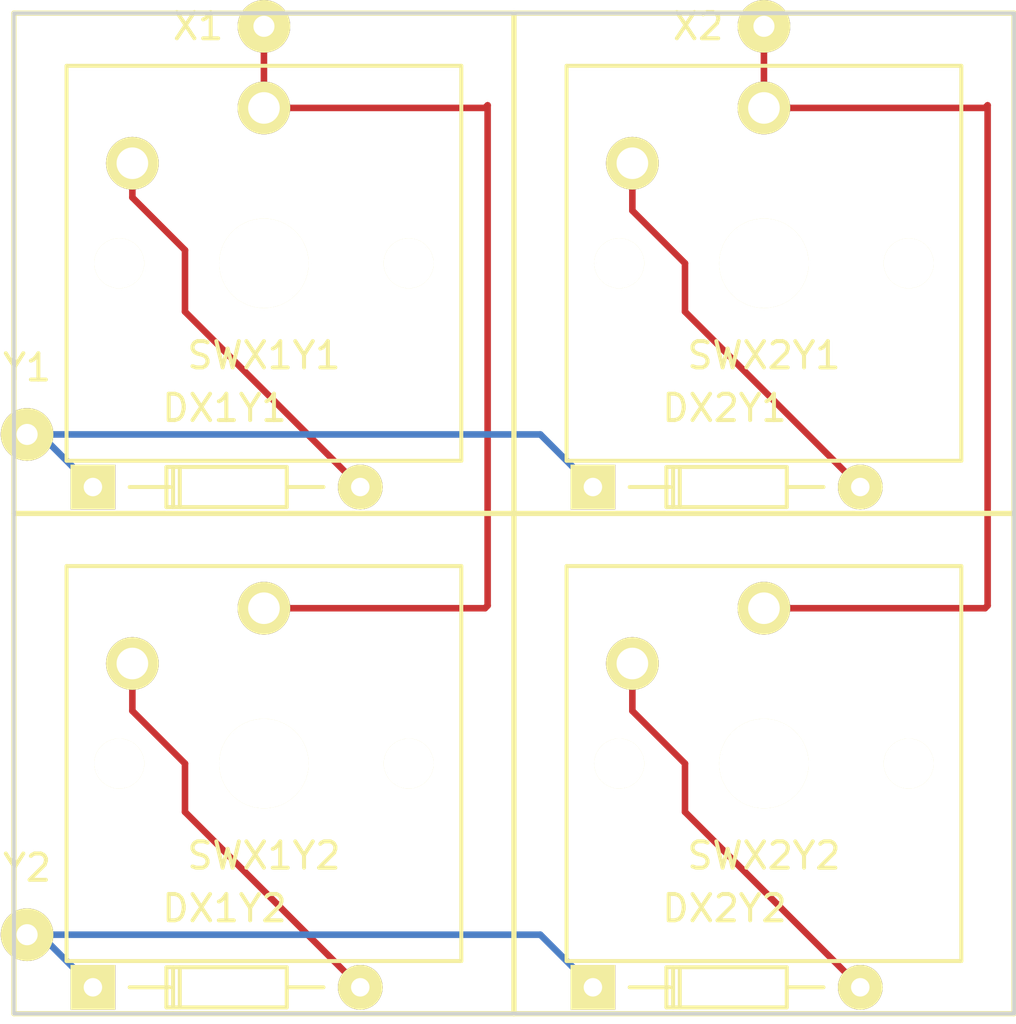
<source format=kicad_pcb>
(kicad_pcb (version 4) (host pcbnew 4.0.2+dfsg1-stable)

  (general
    (links 12)
    (no_connects 0)
    (area 121.80051 94.80051 160.600001 134.015)
    (thickness 1.6)
    (drawings 15)
    (tracks 36)
    (zones 0)
    (modules 12)
    (nets 9)
  )

  (page A4)
  (layers
    (0 F.Cu signal)
    (31 B.Cu signal)
    (32 B.Adhes user)
    (33 F.Adhes user)
    (34 B.Paste user)
    (35 F.Paste user)
    (36 B.SilkS user)
    (37 F.SilkS user)
    (38 B.Mask user)
    (39 F.Mask user)
    (40 Dwgs.User user)
    (41 Cmts.User user)
    (42 Eco1.User user)
    (43 Eco2.User user)
    (44 Edge.Cuts user)
    (45 Margin user)
    (46 B.CrtYd user)
    (47 F.CrtYd user)
    (48 B.Fab user)
    (49 F.Fab user)
  )

  (setup
    (last_trace_width 0.25)
    (trace_clearance 0.2)
    (zone_clearance 0.508)
    (zone_45_only no)
    (trace_min 0.2)
    (segment_width 0.2)
    (edge_width 0.15)
    (via_size 0.6)
    (via_drill 0.4)
    (via_min_size 0.4)
    (via_min_drill 0.3)
    (uvia_size 0.3)
    (uvia_drill 0.1)
    (uvias_allowed no)
    (uvia_min_size 0.2)
    (uvia_min_drill 0.1)
    (pcb_text_width 0.3)
    (pcb_text_size 1.5 1.5)
    (mod_edge_width 0.15)
    (mod_text_size 1 1)
    (mod_text_width 0.15)
    (pad_size 1.524 1.524)
    (pad_drill 0.762)
    (pad_to_mask_clearance 0.2)
    (aux_axis_origin 0 0)
    (visible_elements FFFFFF7F)
    (pcbplotparams
      (layerselection 0x00030_80000001)
      (usegerberextensions false)
      (excludeedgelayer true)
      (linewidth 0.100000)
      (plotframeref false)
      (viasonmask false)
      (mode 1)
      (useauxorigin false)
      (hpglpennumber 1)
      (hpglpenspeed 20)
      (hpglpendiameter 15)
      (hpglpenoverlay 2)
      (psnegative false)
      (psa4output false)
      (plotreference true)
      (plotvalue true)
      (plotinvisibletext false)
      (padsonsilk false)
      (subtractmaskfromsilk false)
      (outputformat 1)
      (mirror false)
      (drillshape 1)
      (scaleselection 1)
      (outputdirectory ""))
  )

  (net 0 "")
  (net 1 "Net-(DX1Y1-Pad2)")
  (net 2 "Net-(DX1Y1-Pad1)")
  (net 3 "Net-(DX1Y2-Pad2)")
  (net 4 "Net-(DX1Y2-Pad1)")
  (net 5 "Net-(DX2Y1-Pad2)")
  (net 6 "Net-(DX2Y2-Pad2)")
  (net 7 "Net-(SWX1Y1-Pad1)")
  (net 8 "Net-(SWX2Y1-Pad1)")

  (net_class Default "This is the default net class."
    (clearance 0.2)
    (trace_width 0.25)
    (via_dia 0.6)
    (via_drill 0.4)
    (uvia_dia 0.3)
    (uvia_drill 0.1)
    (add_net "Net-(DX1Y1-Pad1)")
    (add_net "Net-(DX1Y1-Pad2)")
    (add_net "Net-(DX1Y2-Pad1)")
    (add_net "Net-(DX1Y2-Pad2)")
    (add_net "Net-(DX2Y1-Pad2)")
    (add_net "Net-(DX2Y2-Pad2)")
    (add_net "Net-(SWX1Y1-Pad1)")
    (add_net "Net-(SWX2Y1-Pad1)")
  )

  (module PG135001D01:PG135001D01 (layer F.Cu) (tedit 59C11AE6) (tstamp 59BFF058)
    (at 151 124)
    (path /59BFEF02)
    (fp_text reference SWX2Y2 (at 0 3.5) (layer F.SilkS)
      (effects (font (size 1 1) (thickness 0.15)))
    )
    (fp_text value PG135001D01 (at 2 -3.5) (layer F.Fab)
      (effects (font (size 1 1) (thickness 0.15)))
    )
    (fp_line (start 7.5 -7.5) (end 7.5 7.5) (layer F.SilkS) (width 0.15))
    (fp_line (start 7.5 7.5) (end -7.5 7.5) (layer F.SilkS) (width 0.15))
    (fp_line (start -7.5 7.5) (end -7.5 -7.5) (layer F.SilkS) (width 0.15))
    (fp_line (start -7.5 -7.5) (end 7.5 -7.5) (layer F.SilkS) (width 0.15))
    (pad "" np_thru_hole circle (at 0 0) (size 3.4 3.4) (drill 3.4) (layers *.Cu *.Mask F.SilkS))
    (pad "" np_thru_hole circle (at 5.5 0) (size 1.9 1.9) (drill 1.9) (layers *.Cu *.Mask F.SilkS))
    (pad "" np_thru_hole circle (at -5.5 0) (size 1.9 1.9) (drill 1.9) (layers *.Cu *.Mask F.SilkS))
    (pad 1 thru_hole circle (at 0 -5.9) (size 2 2) (drill 1.2) (layers *.Cu *.Mask F.SilkS)
      (net 8 "Net-(SWX2Y1-Pad1)"))
    (pad 2 thru_hole circle (at -5 -3.8) (size 2 2) (drill 1.2) (layers *.Cu *.Mask F.SilkS)
      (net 6 "Net-(DX2Y2-Pad2)"))
  )

  (module PG135001D01:PG135001D01 (layer F.Cu) (tedit 59C11C47) (tstamp 59BFF04B)
    (at 151 105)
    (path /59BFEE93)
    (fp_text reference SWX2Y1 (at 0 3.5) (layer F.SilkS)
      (effects (font (size 1 1) (thickness 0.15)))
    )
    (fp_text value PG135001D01 (at 2 -3.5) (layer F.Fab)
      (effects (font (size 1 1) (thickness 0.15)))
    )
    (fp_line (start 7.5 -7.5) (end 7.5 7.5) (layer F.SilkS) (width 0.15))
    (fp_line (start 7.5 7.5) (end -7.5 7.5) (layer F.SilkS) (width 0.15))
    (fp_line (start -7.5 7.5) (end -7.5 -7.5) (layer F.SilkS) (width 0.15))
    (fp_line (start -7.5 -7.5) (end 7.5 -7.5) (layer F.SilkS) (width 0.15))
    (pad "" np_thru_hole circle (at 0 0) (size 3.4 3.4) (drill 3.4) (layers *.Cu *.Mask F.SilkS))
    (pad "" np_thru_hole circle (at 5.5 0) (size 1.9 1.9) (drill 1.9) (layers *.Cu *.Mask F.SilkS))
    (pad "" np_thru_hole circle (at -5.5 0) (size 1.9 1.9) (drill 1.9) (layers *.Cu *.Mask F.SilkS))
    (pad 1 thru_hole circle (at 0 -5.9) (size 2 2) (drill 1.2) (layers *.Cu *.Mask F.SilkS)
      (net 8 "Net-(SWX2Y1-Pad1)"))
    (pad 2 thru_hole circle (at -5 -3.8) (size 2 2) (drill 1.2) (layers *.Cu *.Mask F.SilkS)
      (net 5 "Net-(DX2Y1-Pad2)"))
  )

  (module PG135001D01:PG135001D01 (layer F.Cu) (tedit 59C11ACF) (tstamp 59BFE91A)
    (at 132 105)
    (path /59BFDE75)
    (fp_text reference SWX1Y1 (at 0 3.5) (layer F.SilkS)
      (effects (font (size 1 1) (thickness 0.15)))
    )
    (fp_text value PG135001D01 (at 2 -3.5) (layer F.Fab)
      (effects (font (size 1 1) (thickness 0.15)))
    )
    (fp_line (start 7.5 -7.5) (end 7.5 7.5) (layer F.SilkS) (width 0.15))
    (fp_line (start 7.5 7.5) (end -7.5 7.5) (layer F.SilkS) (width 0.15))
    (fp_line (start -7.5 7.5) (end -7.5 -7.5) (layer F.SilkS) (width 0.15))
    (fp_line (start -7.5 -7.5) (end 7.5 -7.5) (layer F.SilkS) (width 0.15))
    (pad "" np_thru_hole circle (at 0 0) (size 3.4 3.4) (drill 3.4) (layers *.Cu *.Mask F.SilkS))
    (pad "" np_thru_hole circle (at 5.5 0) (size 1.9 1.9) (drill 1.9) (layers *.Cu *.Mask F.SilkS))
    (pad "" np_thru_hole circle (at -5.5 0) (size 1.9 1.9) (drill 1.9) (layers *.Cu *.Mask F.SilkS))
    (pad 1 thru_hole circle (at 0 -5.9) (size 2 2) (drill 1.2) (layers *.Cu *.Mask F.SilkS)
      (net 7 "Net-(SWX1Y1-Pad1)"))
    (pad 2 thru_hole circle (at -5 -3.8) (size 2 2) (drill 1.2) (layers *.Cu *.Mask F.SilkS)
      (net 1 "Net-(DX1Y1-Pad2)"))
  )

  (module PG135001D01:PG135001D01 (layer F.Cu) (tedit 59C11ADF) (tstamp 59BFE927)
    (at 132 124)
    (path /59BFE0AE)
    (fp_text reference SWX1Y2 (at 0 3.5) (layer F.SilkS)
      (effects (font (size 1 1) (thickness 0.15)))
    )
    (fp_text value PG135001D01 (at 2 -3.5) (layer F.Fab)
      (effects (font (size 1 1) (thickness 0.15)))
    )
    (fp_line (start 7.5 -7.5) (end 7.5 7.5) (layer F.SilkS) (width 0.15))
    (fp_line (start 7.5 7.5) (end -7.5 7.5) (layer F.SilkS) (width 0.15))
    (fp_line (start -7.5 7.5) (end -7.5 -7.5) (layer F.SilkS) (width 0.15))
    (fp_line (start -7.5 -7.5) (end 7.5 -7.5) (layer F.SilkS) (width 0.15))
    (pad "" np_thru_hole circle (at 0 0) (size 3.4 3.4) (drill 3.4) (layers *.Cu *.Mask F.SilkS))
    (pad "" np_thru_hole circle (at 5.5 0) (size 1.9 1.9) (drill 1.9) (layers *.Cu *.Mask F.SilkS))
    (pad "" np_thru_hole circle (at -5.5 0) (size 1.9 1.9) (drill 1.9) (layers *.Cu *.Mask F.SilkS))
    (pad 1 thru_hole circle (at 0 -5.9) (size 2 2) (drill 1.2) (layers *.Cu *.Mask F.SilkS)
      (net 7 "Net-(SWX1Y1-Pad1)"))
    (pad 2 thru_hole circle (at -5 -3.8) (size 2 2) (drill 1.2) (layers *.Cu *.Mask F.SilkS)
      (net 3 "Net-(DX1Y2-Pad2)"))
  )

  (module Wire_Pads:SolderWirePad_single_0-8mmDrill (layer F.Cu) (tedit 59C11B5C) (tstamp 59C10266)
    (at 123 111.5)
    (path /59C009F3)
    (fp_text reference Y1 (at 0 -2.54) (layer F.SilkS)
      (effects (font (size 1 1) (thickness 0.15)))
    )
    (fp_text value Y1 (at 0 2.54) (layer F.Fab)
      (effects (font (size 1 1) (thickness 0.15)))
    )
    (pad 1 thru_hole circle (at 0 0) (size 1.99898 1.99898) (drill 0.8001) (layers *.Cu *.Mask F.SilkS)
      (net 2 "Net-(DX1Y1-Pad1)"))
  )

  (module Wire_Pads:SolderWirePad_single_0-8mmDrill (layer F.Cu) (tedit 59C11B60) (tstamp 59C1026B)
    (at 123 130.5)
    (path /59C00A8D)
    (fp_text reference Y2 (at 0 -2.54) (layer F.SilkS)
      (effects (font (size 1 1) (thickness 0.15)))
    )
    (fp_text value Y2 (at 0 2.54) (layer F.Fab)
      (effects (font (size 1 1) (thickness 0.15)))
    )
    (pad 1 thru_hole circle (at 0 0) (size 1.99898 1.99898) (drill 0.8001) (layers *.Cu *.Mask F.SilkS)
      (net 4 "Net-(DX1Y2-Pad1)"))
  )

  (module Wire_Pads:SolderWirePad_single_0-8mmDrill (layer F.Cu) (tedit 59C11B50) (tstamp 59C10270)
    (at 132 96)
    (path /59C00707)
    (fp_text reference X1 (at -2.5 0) (layer F.SilkS)
      (effects (font (size 1 1) (thickness 0.15)))
    )
    (fp_text value X1 (at 2.5 0) (layer F.Fab)
      (effects (font (size 1 1) (thickness 0.15)))
    )
    (pad 1 thru_hole circle (at 0 0) (size 1.99898 1.99898) (drill 0.8001) (layers *.Cu *.Mask F.SilkS)
      (net 7 "Net-(SWX1Y1-Pad1)"))
  )

  (module Wire_Pads:SolderWirePad_single_0-8mmDrill (layer F.Cu) (tedit 59C11B55) (tstamp 59C10275)
    (at 151 96)
    (path /59C00970)
    (fp_text reference X2 (at -2.5 0) (layer F.SilkS)
      (effects (font (size 1 1) (thickness 0.15)))
    )
    (fp_text value X2 (at 2.5 0) (layer F.Fab)
      (effects (font (size 1 1) (thickness 0.15)))
    )
    (pad 1 thru_hole circle (at 0 0) (size 1.99898 1.99898) (drill 0.8001) (layers *.Cu *.Mask F.SilkS)
      (net 8 "Net-(SWX2Y1-Pad1)"))
  )

  (module Diodes_ThroughHole:Diode_DO-35_SOD27_Horizontal_RM10 (layer F.Cu) (tedit 59C11B3B) (tstamp 59C102D4)
    (at 125.5 113.5)
    (descr "Diode, DO-35,  SOD27, Horizontal, RM 10mm")
    (tags "Diode, DO-35, SOD27, Horizontal, RM 10mm, 1N4148,")
    (path /59BFED5E)
    (fp_text reference DX1Y1 (at 5 -3) (layer F.SilkS)
      (effects (font (size 1 1) (thickness 0.15)))
    )
    (fp_text value D (at 4.41452 -3.55854) (layer F.Fab)
      (effects (font (size 1 1) (thickness 0.15)))
    )
    (fp_line (start 7.36652 -0.00254) (end 8.76352 -0.00254) (layer F.SilkS) (width 0.15))
    (fp_line (start 2.92152 -0.00254) (end 1.39752 -0.00254) (layer F.SilkS) (width 0.15))
    (fp_line (start 3.30252 -0.76454) (end 3.30252 0.75946) (layer F.SilkS) (width 0.15))
    (fp_line (start 3.04852 -0.76454) (end 3.04852 0.75946) (layer F.SilkS) (width 0.15))
    (fp_line (start 2.79452 -0.00254) (end 2.79452 0.75946) (layer F.SilkS) (width 0.15))
    (fp_line (start 2.79452 0.75946) (end 7.36652 0.75946) (layer F.SilkS) (width 0.15))
    (fp_line (start 7.36652 0.75946) (end 7.36652 -0.76454) (layer F.SilkS) (width 0.15))
    (fp_line (start 7.36652 -0.76454) (end 2.79452 -0.76454) (layer F.SilkS) (width 0.15))
    (fp_line (start 2.79452 -0.76454) (end 2.79452 -0.00254) (layer F.SilkS) (width 0.15))
    (pad 2 thru_hole circle (at 10.16052 -0.00254 180) (size 1.69926 1.69926) (drill 0.70104) (layers *.Cu *.Mask F.SilkS)
      (net 1 "Net-(DX1Y1-Pad2)"))
    (pad 1 thru_hole rect (at 0.00052 -0.00254 180) (size 1.69926 1.69926) (drill 0.70104) (layers *.Cu *.Mask F.SilkS)
      (net 2 "Net-(DX1Y1-Pad1)"))
    (model Diodes_ThroughHole.3dshapes/Diode_DO-35_SOD27_Horizontal_RM10.wrl
      (at (xyz 0.2 0 0))
      (scale (xyz 0.4 0.4 0.4))
      (rotate (xyz 0 0 180))
    )
  )

  (module Diodes_ThroughHole:Diode_DO-35_SOD27_Horizontal_RM10 (layer F.Cu) (tedit 59C11B3F) (tstamp 59C102DA)
    (at 125.5 132.5)
    (descr "Diode, DO-35,  SOD27, Horizontal, RM 10mm")
    (tags "Diode, DO-35, SOD27, Horizontal, RM 10mm, 1N4148,")
    (path /59BFEE00)
    (fp_text reference DX1Y2 (at 5 -3) (layer F.SilkS)
      (effects (font (size 1 1) (thickness 0.15)))
    )
    (fp_text value D (at 4.41452 -3.55854) (layer F.Fab)
      (effects (font (size 1 1) (thickness 0.15)))
    )
    (fp_line (start 7.36652 -0.00254) (end 8.76352 -0.00254) (layer F.SilkS) (width 0.15))
    (fp_line (start 2.92152 -0.00254) (end 1.39752 -0.00254) (layer F.SilkS) (width 0.15))
    (fp_line (start 3.30252 -0.76454) (end 3.30252 0.75946) (layer F.SilkS) (width 0.15))
    (fp_line (start 3.04852 -0.76454) (end 3.04852 0.75946) (layer F.SilkS) (width 0.15))
    (fp_line (start 2.79452 -0.00254) (end 2.79452 0.75946) (layer F.SilkS) (width 0.15))
    (fp_line (start 2.79452 0.75946) (end 7.36652 0.75946) (layer F.SilkS) (width 0.15))
    (fp_line (start 7.36652 0.75946) (end 7.36652 -0.76454) (layer F.SilkS) (width 0.15))
    (fp_line (start 7.36652 -0.76454) (end 2.79452 -0.76454) (layer F.SilkS) (width 0.15))
    (fp_line (start 2.79452 -0.76454) (end 2.79452 -0.00254) (layer F.SilkS) (width 0.15))
    (pad 2 thru_hole circle (at 10.16052 -0.00254 180) (size 1.69926 1.69926) (drill 0.70104) (layers *.Cu *.Mask F.SilkS)
      (net 3 "Net-(DX1Y2-Pad2)"))
    (pad 1 thru_hole rect (at 0.00052 -0.00254 180) (size 1.69926 1.69926) (drill 0.70104) (layers *.Cu *.Mask F.SilkS)
      (net 4 "Net-(DX1Y2-Pad1)"))
    (model Diodes_ThroughHole.3dshapes/Diode_DO-35_SOD27_Horizontal_RM10.wrl
      (at (xyz 0.2 0 0))
      (scale (xyz 0.4 0.4 0.4))
      (rotate (xyz 0 0 180))
    )
  )

  (module Diodes_ThroughHole:Diode_DO-35_SOD27_Horizontal_RM10 (layer F.Cu) (tedit 59C11B37) (tstamp 59C102E0)
    (at 144.5 113.5)
    (descr "Diode, DO-35,  SOD27, Horizontal, RM 10mm")
    (tags "Diode, DO-35, SOD27, Horizontal, RM 10mm, 1N4148,")
    (path /59BFEC54)
    (fp_text reference DX2Y1 (at 5 -3) (layer F.SilkS)
      (effects (font (size 1 1) (thickness 0.15)))
    )
    (fp_text value D (at 4.41452 -3.55854) (layer F.Fab)
      (effects (font (size 1 1) (thickness 0.15)))
    )
    (fp_line (start 7.36652 -0.00254) (end 8.76352 -0.00254) (layer F.SilkS) (width 0.15))
    (fp_line (start 2.92152 -0.00254) (end 1.39752 -0.00254) (layer F.SilkS) (width 0.15))
    (fp_line (start 3.30252 -0.76454) (end 3.30252 0.75946) (layer F.SilkS) (width 0.15))
    (fp_line (start 3.04852 -0.76454) (end 3.04852 0.75946) (layer F.SilkS) (width 0.15))
    (fp_line (start 2.79452 -0.00254) (end 2.79452 0.75946) (layer F.SilkS) (width 0.15))
    (fp_line (start 2.79452 0.75946) (end 7.36652 0.75946) (layer F.SilkS) (width 0.15))
    (fp_line (start 7.36652 0.75946) (end 7.36652 -0.76454) (layer F.SilkS) (width 0.15))
    (fp_line (start 7.36652 -0.76454) (end 2.79452 -0.76454) (layer F.SilkS) (width 0.15))
    (fp_line (start 2.79452 -0.76454) (end 2.79452 -0.00254) (layer F.SilkS) (width 0.15))
    (pad 2 thru_hole circle (at 10.16052 -0.00254 180) (size 1.69926 1.69926) (drill 0.70104) (layers *.Cu *.Mask F.SilkS)
      (net 5 "Net-(DX2Y1-Pad2)"))
    (pad 1 thru_hole rect (at 0.00052 -0.00254 180) (size 1.69926 1.69926) (drill 0.70104) (layers *.Cu *.Mask F.SilkS)
      (net 2 "Net-(DX1Y1-Pad1)"))
    (model Diodes_ThroughHole.3dshapes/Diode_DO-35_SOD27_Horizontal_RM10.wrl
      (at (xyz 0.2 0 0))
      (scale (xyz 0.4 0.4 0.4))
      (rotate (xyz 0 0 180))
    )
  )

  (module Diodes_ThroughHole:Diode_DO-35_SOD27_Horizontal_RM10 (layer F.Cu) (tedit 59C11B43) (tstamp 59C102E6)
    (at 144.5 132.5)
    (descr "Diode, DO-35,  SOD27, Horizontal, RM 10mm")
    (tags "Diode, DO-35, SOD27, Horizontal, RM 10mm, 1N4148,")
    (path /59BFEDB5)
    (fp_text reference DX2Y2 (at 5 -3) (layer F.SilkS)
      (effects (font (size 1 1) (thickness 0.15)))
    )
    (fp_text value D (at 4.41452 -3.55854) (layer F.Fab)
      (effects (font (size 1 1) (thickness 0.15)))
    )
    (fp_line (start 7.36652 -0.00254) (end 8.76352 -0.00254) (layer F.SilkS) (width 0.15))
    (fp_line (start 2.92152 -0.00254) (end 1.39752 -0.00254) (layer F.SilkS) (width 0.15))
    (fp_line (start 3.30252 -0.76454) (end 3.30252 0.75946) (layer F.SilkS) (width 0.15))
    (fp_line (start 3.04852 -0.76454) (end 3.04852 0.75946) (layer F.SilkS) (width 0.15))
    (fp_line (start 2.79452 -0.00254) (end 2.79452 0.75946) (layer F.SilkS) (width 0.15))
    (fp_line (start 2.79452 0.75946) (end 7.36652 0.75946) (layer F.SilkS) (width 0.15))
    (fp_line (start 7.36652 0.75946) (end 7.36652 -0.76454) (layer F.SilkS) (width 0.15))
    (fp_line (start 7.36652 -0.76454) (end 2.79452 -0.76454) (layer F.SilkS) (width 0.15))
    (fp_line (start 2.79452 -0.76454) (end 2.79452 -0.00254) (layer F.SilkS) (width 0.15))
    (pad 2 thru_hole circle (at 10.16052 -0.00254 180) (size 1.69926 1.69926) (drill 0.70104) (layers *.Cu *.Mask F.SilkS)
      (net 6 "Net-(DX2Y2-Pad2)"))
    (pad 1 thru_hole rect (at 0.00052 -0.00254 180) (size 1.69926 1.69926) (drill 0.70104) (layers *.Cu *.Mask F.SilkS)
      (net 4 "Net-(DX1Y2-Pad1)"))
    (model Diodes_ThroughHole.3dshapes/Diode_DO-35_SOD27_Horizontal_RM10.wrl
      (at (xyz 0.2 0 0))
      (scale (xyz 0.4 0.4 0.4))
      (rotate (xyz 0 0 180))
    )
  )

  (gr_line (start 122.5 133.5) (end 122.5 95.5) (angle 90) (layer Edge.Cuts) (width 0.15))
  (gr_line (start 160.5 133.5) (end 122.5 133.5) (angle 90) (layer Edge.Cuts) (width 0.15))
  (gr_line (start 160.5 95.5) (end 160.5 133.5) (angle 90) (layer Edge.Cuts) (width 0.15))
  (gr_line (start 122.5 95.5) (end 160.5 95.5) (angle 90) (layer Edge.Cuts) (width 0.15))
  (gr_line (start 141.5 114.5) (end 160.5 114.5) (angle 90) (layer F.SilkS) (width 0.2))
  (gr_line (start 160.5 95.5) (end 141.5 95.5) (angle 90) (layer F.SilkS) (width 0.2))
  (gr_line (start 160.5 133.5) (end 160.5 95.5) (angle 90) (layer F.SilkS) (width 0.2))
  (gr_line (start 141.5 133.5) (end 160.5 133.5) (angle 90) (layer F.SilkS) (width 0.2))
  (gr_line (start 141.5 133.5) (end 141.5 114.5) (angle 90) (layer F.SilkS) (width 0.2))
  (gr_line (start 122.5 133.5) (end 141.5 133.5) (angle 90) (layer F.SilkS) (width 0.2))
  (gr_line (start 122.5 114.5) (end 122.5 133.5) (angle 90) (layer F.SilkS) (width 0.2))
  (gr_line (start 141.5 95.5) (end 122.5 95.5) (angle 90) (layer F.SilkS) (width 0.2))
  (gr_line (start 141.5 114.5) (end 141.5 95.5) (angle 90) (layer F.SilkS) (width 0.2))
  (gr_line (start 122.5 114.5) (end 141.5 114.5) (angle 90) (layer F.SilkS) (width 0.2))
  (gr_line (start 122.5 95.5) (end 122.5 114.5) (angle 90) (layer F.SilkS) (width 0.2))

  (segment (start 127 101.2) (end 127 102.5) (width 0.25) (layer F.Cu) (net 1))
  (segment (start 129 106.83694) (end 135.66052 113.49746) (width 0.25) (layer F.Cu) (net 1) (tstamp 59C4F41F))
  (segment (start 129 104.5) (end 129 106.83694) (width 0.25) (layer F.Cu) (net 1) (tstamp 59C4F41E))
  (segment (start 127 102.5) (end 129 104.5) (width 0.25) (layer F.Cu) (net 1) (tstamp 59C4F419))
  (segment (start 123 111.5) (end 142.50306 111.5) (width 0.25) (layer B.Cu) (net 2))
  (segment (start 142.50306 111.5) (end 144.50052 113.49746) (width 0.25) (layer B.Cu) (net 2) (tstamp 59C4F3F9))
  (segment (start 123 111.5) (end 123.50306 111.5) (width 0.25) (layer B.Cu) (net 2))
  (segment (start 123.50306 111.5) (end 125.50052 113.49746) (width 0.25) (layer B.Cu) (net 2) (tstamp 59C4F3F6))
  (segment (start 127 120.2) (end 127 122) (width 0.25) (layer F.Cu) (net 3))
  (segment (start 129 125.83694) (end 135.66052 132.49746) (width 0.25) (layer F.Cu) (net 3) (tstamp 59C4F42E))
  (segment (start 129 124) (end 129 125.83694) (width 0.25) (layer F.Cu) (net 3) (tstamp 59C4F42D))
  (segment (start 127 122) (end 129 124) (width 0.25) (layer F.Cu) (net 3) (tstamp 59C4F42B))
  (segment (start 123 130.5) (end 142.50306 130.5) (width 0.25) (layer B.Cu) (net 4))
  (segment (start 142.50306 130.5) (end 144.50052 132.49746) (width 0.25) (layer B.Cu) (net 4) (tstamp 59C4F400))
  (segment (start 123 130.5) (end 123.50306 130.5) (width 0.25) (layer B.Cu) (net 4))
  (segment (start 123.50306 130.5) (end 125.50052 132.49746) (width 0.25) (layer B.Cu) (net 4) (tstamp 59C4F3FD))
  (segment (start 146 101.2) (end 146 103) (width 0.25) (layer F.Cu) (net 5))
  (segment (start 148 106.83694) (end 154.66052 113.49746) (width 0.25) (layer F.Cu) (net 5) (tstamp 59C4F427))
  (segment (start 148 105) (end 148 106.83694) (width 0.25) (layer F.Cu) (net 5) (tstamp 59C4F426))
  (segment (start 146 103) (end 148 105) (width 0.25) (layer F.Cu) (net 5) (tstamp 59C4F424))
  (segment (start 146 120.2) (end 146 122) (width 0.25) (layer F.Cu) (net 6))
  (segment (start 148 125.83694) (end 154.66052 132.49746) (width 0.25) (layer F.Cu) (net 6) (tstamp 59C4F438))
  (segment (start 148 124) (end 148 125.83694) (width 0.25) (layer F.Cu) (net 6) (tstamp 59C4F437))
  (segment (start 146 122) (end 148 124) (width 0.25) (layer F.Cu) (net 6) (tstamp 59C4F435))
  (segment (start 132 99.1) (end 140.4 99.1) (width 0.25) (layer F.Cu) (net 7))
  (segment (start 140.4 118.1) (end 132 118.1) (width 0.25) (layer F.Cu) (net 7) (tstamp 59C149A8))
  (segment (start 140.5 118) (end 140.4 118.1) (width 0.25) (layer F.Cu) (net 7) (tstamp 59C149A7))
  (segment (start 140.5 99) (end 140.5 118) (width 0.25) (layer F.Cu) (net 7) (tstamp 59C149A6))
  (segment (start 140.4 99.1) (end 140.5 99) (width 0.25) (layer F.Cu) (net 7) (tstamp 59C149A5))
  (segment (start 132 96) (end 132 99.1) (width 0.25) (layer F.Cu) (net 7))
  (segment (start 151 99.1) (end 159.4 99.1) (width 0.25) (layer F.Cu) (net 8))
  (segment (start 159.4 118.1) (end 151 118.1) (width 0.25) (layer F.Cu) (net 8) (tstamp 59C149B2))
  (segment (start 159.5 118) (end 159.4 118.1) (width 0.25) (layer F.Cu) (net 8) (tstamp 59C149B1))
  (segment (start 159.5 99) (end 159.5 118) (width 0.25) (layer F.Cu) (net 8) (tstamp 59C149B0))
  (segment (start 159.4 99.1) (end 159.5 99) (width 0.25) (layer F.Cu) (net 8) (tstamp 59C149AF))
  (segment (start 151 96) (end 151 99.1) (width 0.25) (layer F.Cu) (net 8))

)

</source>
